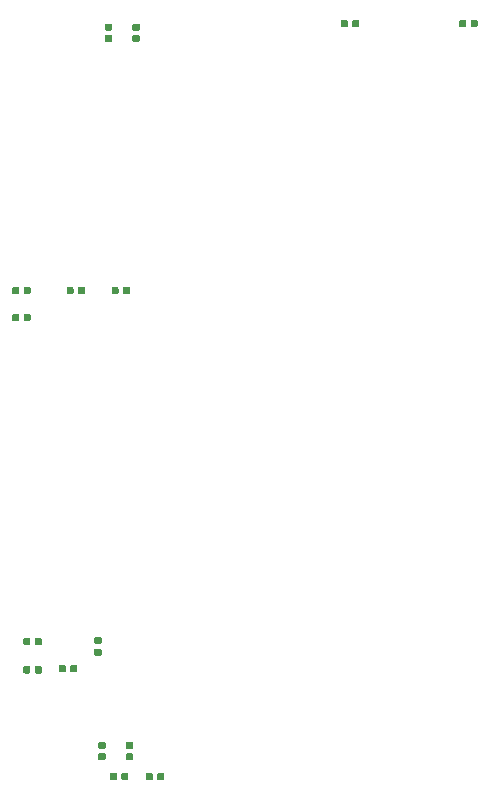
<source format=gtp>
G04 #@! TF.GenerationSoftware,KiCad,Pcbnew,5.0.1-33cea8e~68~ubuntu16.04.1*
G04 #@! TF.CreationDate,2018-11-29T12:11:28+01:00*
G04 #@! TF.ProjectId,midi_controller_pcb,6D6964695F636F6E74726F6C6C65725F,rev?*
G04 #@! TF.SameCoordinates,Original*
G04 #@! TF.FileFunction,Paste,Top*
G04 #@! TF.FilePolarity,Positive*
%FSLAX46Y46*%
G04 Gerber Fmt 4.6, Leading zero omitted, Abs format (unit mm)*
G04 Created by KiCad (PCBNEW 5.0.1-33cea8e~68~ubuntu16.04.1) date Do 29 Nov 2018 12:11:28 CET*
%MOMM*%
%LPD*%
G01*
G04 APERTURE LIST*
%ADD10C,0.100000*%
%ADD11C,0.590000*%
G04 APERTURE END LIST*
D10*
G04 #@! TO.C,C1*
G36*
X105571958Y-81214710D02*
X105586276Y-81216834D01*
X105600317Y-81220351D01*
X105613946Y-81225228D01*
X105627031Y-81231417D01*
X105639447Y-81238858D01*
X105651073Y-81247481D01*
X105661798Y-81257202D01*
X105671519Y-81267927D01*
X105680142Y-81279553D01*
X105687583Y-81291969D01*
X105693772Y-81305054D01*
X105698649Y-81318683D01*
X105702166Y-81332724D01*
X105704290Y-81347042D01*
X105705000Y-81361500D01*
X105705000Y-81706500D01*
X105704290Y-81720958D01*
X105702166Y-81735276D01*
X105698649Y-81749317D01*
X105693772Y-81762946D01*
X105687583Y-81776031D01*
X105680142Y-81788447D01*
X105671519Y-81800073D01*
X105661798Y-81810798D01*
X105651073Y-81820519D01*
X105639447Y-81829142D01*
X105627031Y-81836583D01*
X105613946Y-81842772D01*
X105600317Y-81847649D01*
X105586276Y-81851166D01*
X105571958Y-81853290D01*
X105557500Y-81854000D01*
X105262500Y-81854000D01*
X105248042Y-81853290D01*
X105233724Y-81851166D01*
X105219683Y-81847649D01*
X105206054Y-81842772D01*
X105192969Y-81836583D01*
X105180553Y-81829142D01*
X105168927Y-81820519D01*
X105158202Y-81810798D01*
X105148481Y-81800073D01*
X105139858Y-81788447D01*
X105132417Y-81776031D01*
X105126228Y-81762946D01*
X105121351Y-81749317D01*
X105117834Y-81735276D01*
X105115710Y-81720958D01*
X105115000Y-81706500D01*
X105115000Y-81361500D01*
X105115710Y-81347042D01*
X105117834Y-81332724D01*
X105121351Y-81318683D01*
X105126228Y-81305054D01*
X105132417Y-81291969D01*
X105139858Y-81279553D01*
X105148481Y-81267927D01*
X105158202Y-81257202D01*
X105168927Y-81247481D01*
X105180553Y-81238858D01*
X105192969Y-81231417D01*
X105206054Y-81225228D01*
X105219683Y-81220351D01*
X105233724Y-81216834D01*
X105248042Y-81214710D01*
X105262500Y-81214000D01*
X105557500Y-81214000D01*
X105571958Y-81214710D01*
X105571958Y-81214710D01*
G37*
D11*
X105410000Y-81534000D03*
D10*
G36*
X104601958Y-81214710D02*
X104616276Y-81216834D01*
X104630317Y-81220351D01*
X104643946Y-81225228D01*
X104657031Y-81231417D01*
X104669447Y-81238858D01*
X104681073Y-81247481D01*
X104691798Y-81257202D01*
X104701519Y-81267927D01*
X104710142Y-81279553D01*
X104717583Y-81291969D01*
X104723772Y-81305054D01*
X104728649Y-81318683D01*
X104732166Y-81332724D01*
X104734290Y-81347042D01*
X104735000Y-81361500D01*
X104735000Y-81706500D01*
X104734290Y-81720958D01*
X104732166Y-81735276D01*
X104728649Y-81749317D01*
X104723772Y-81762946D01*
X104717583Y-81776031D01*
X104710142Y-81788447D01*
X104701519Y-81800073D01*
X104691798Y-81810798D01*
X104681073Y-81820519D01*
X104669447Y-81829142D01*
X104657031Y-81836583D01*
X104643946Y-81842772D01*
X104630317Y-81847649D01*
X104616276Y-81851166D01*
X104601958Y-81853290D01*
X104587500Y-81854000D01*
X104292500Y-81854000D01*
X104278042Y-81853290D01*
X104263724Y-81851166D01*
X104249683Y-81847649D01*
X104236054Y-81842772D01*
X104222969Y-81836583D01*
X104210553Y-81829142D01*
X104198927Y-81820519D01*
X104188202Y-81810798D01*
X104178481Y-81800073D01*
X104169858Y-81788447D01*
X104162417Y-81776031D01*
X104156228Y-81762946D01*
X104151351Y-81749317D01*
X104147834Y-81735276D01*
X104145710Y-81720958D01*
X104145000Y-81706500D01*
X104145000Y-81361500D01*
X104145710Y-81347042D01*
X104147834Y-81332724D01*
X104151351Y-81318683D01*
X104156228Y-81305054D01*
X104162417Y-81291969D01*
X104169858Y-81279553D01*
X104178481Y-81267927D01*
X104188202Y-81257202D01*
X104198927Y-81247481D01*
X104210553Y-81238858D01*
X104222969Y-81231417D01*
X104236054Y-81225228D01*
X104249683Y-81220351D01*
X104263724Y-81216834D01*
X104278042Y-81214710D01*
X104292500Y-81214000D01*
X104587500Y-81214000D01*
X104601958Y-81214710D01*
X104601958Y-81214710D01*
G37*
D11*
X104440000Y-81534000D03*
G04 #@! TD*
D10*
G04 #@! TO.C,C2*
G36*
X103943958Y-113218710D02*
X103958276Y-113220834D01*
X103972317Y-113224351D01*
X103985946Y-113229228D01*
X103999031Y-113235417D01*
X104011447Y-113242858D01*
X104023073Y-113251481D01*
X104033798Y-113261202D01*
X104043519Y-113271927D01*
X104052142Y-113283553D01*
X104059583Y-113295969D01*
X104065772Y-113309054D01*
X104070649Y-113322683D01*
X104074166Y-113336724D01*
X104076290Y-113351042D01*
X104077000Y-113365500D01*
X104077000Y-113710500D01*
X104076290Y-113724958D01*
X104074166Y-113739276D01*
X104070649Y-113753317D01*
X104065772Y-113766946D01*
X104059583Y-113780031D01*
X104052142Y-113792447D01*
X104043519Y-113804073D01*
X104033798Y-113814798D01*
X104023073Y-113824519D01*
X104011447Y-113833142D01*
X103999031Y-113840583D01*
X103985946Y-113846772D01*
X103972317Y-113851649D01*
X103958276Y-113855166D01*
X103943958Y-113857290D01*
X103929500Y-113858000D01*
X103634500Y-113858000D01*
X103620042Y-113857290D01*
X103605724Y-113855166D01*
X103591683Y-113851649D01*
X103578054Y-113846772D01*
X103564969Y-113840583D01*
X103552553Y-113833142D01*
X103540927Y-113824519D01*
X103530202Y-113814798D01*
X103520481Y-113804073D01*
X103511858Y-113792447D01*
X103504417Y-113780031D01*
X103498228Y-113766946D01*
X103493351Y-113753317D01*
X103489834Y-113739276D01*
X103487710Y-113724958D01*
X103487000Y-113710500D01*
X103487000Y-113365500D01*
X103487710Y-113351042D01*
X103489834Y-113336724D01*
X103493351Y-113322683D01*
X103498228Y-113309054D01*
X103504417Y-113295969D01*
X103511858Y-113283553D01*
X103520481Y-113271927D01*
X103530202Y-113261202D01*
X103540927Y-113251481D01*
X103552553Y-113242858D01*
X103564969Y-113235417D01*
X103578054Y-113229228D01*
X103591683Y-113224351D01*
X103605724Y-113220834D01*
X103620042Y-113218710D01*
X103634500Y-113218000D01*
X103929500Y-113218000D01*
X103943958Y-113218710D01*
X103943958Y-113218710D01*
G37*
D11*
X103782000Y-113538000D03*
D10*
G36*
X104913958Y-113218710D02*
X104928276Y-113220834D01*
X104942317Y-113224351D01*
X104955946Y-113229228D01*
X104969031Y-113235417D01*
X104981447Y-113242858D01*
X104993073Y-113251481D01*
X105003798Y-113261202D01*
X105013519Y-113271927D01*
X105022142Y-113283553D01*
X105029583Y-113295969D01*
X105035772Y-113309054D01*
X105040649Y-113322683D01*
X105044166Y-113336724D01*
X105046290Y-113351042D01*
X105047000Y-113365500D01*
X105047000Y-113710500D01*
X105046290Y-113724958D01*
X105044166Y-113739276D01*
X105040649Y-113753317D01*
X105035772Y-113766946D01*
X105029583Y-113780031D01*
X105022142Y-113792447D01*
X105013519Y-113804073D01*
X105003798Y-113814798D01*
X104993073Y-113824519D01*
X104981447Y-113833142D01*
X104969031Y-113840583D01*
X104955946Y-113846772D01*
X104942317Y-113851649D01*
X104928276Y-113855166D01*
X104913958Y-113857290D01*
X104899500Y-113858000D01*
X104604500Y-113858000D01*
X104590042Y-113857290D01*
X104575724Y-113855166D01*
X104561683Y-113851649D01*
X104548054Y-113846772D01*
X104534969Y-113840583D01*
X104522553Y-113833142D01*
X104510927Y-113824519D01*
X104500202Y-113814798D01*
X104490481Y-113804073D01*
X104481858Y-113792447D01*
X104474417Y-113780031D01*
X104468228Y-113766946D01*
X104463351Y-113753317D01*
X104459834Y-113739276D01*
X104457710Y-113724958D01*
X104457000Y-113710500D01*
X104457000Y-113365500D01*
X104457710Y-113351042D01*
X104459834Y-113336724D01*
X104463351Y-113322683D01*
X104468228Y-113309054D01*
X104474417Y-113295969D01*
X104481858Y-113283553D01*
X104490481Y-113271927D01*
X104500202Y-113261202D01*
X104510927Y-113251481D01*
X104522553Y-113242858D01*
X104534969Y-113235417D01*
X104548054Y-113229228D01*
X104561683Y-113224351D01*
X104575724Y-113220834D01*
X104590042Y-113218710D01*
X104604500Y-113218000D01*
X104899500Y-113218000D01*
X104913958Y-113218710D01*
X104913958Y-113218710D01*
G37*
D11*
X104752000Y-113538000D03*
G04 #@! TD*
D10*
G04 #@! TO.C,C3*
G36*
X109254958Y-122362710D02*
X109269276Y-122364834D01*
X109283317Y-122368351D01*
X109296946Y-122373228D01*
X109310031Y-122379417D01*
X109322447Y-122386858D01*
X109334073Y-122395481D01*
X109344798Y-122405202D01*
X109354519Y-122415927D01*
X109363142Y-122427553D01*
X109370583Y-122439969D01*
X109376772Y-122453054D01*
X109381649Y-122466683D01*
X109385166Y-122480724D01*
X109387290Y-122495042D01*
X109388000Y-122509500D01*
X109388000Y-122854500D01*
X109387290Y-122868958D01*
X109385166Y-122883276D01*
X109381649Y-122897317D01*
X109376772Y-122910946D01*
X109370583Y-122924031D01*
X109363142Y-122936447D01*
X109354519Y-122948073D01*
X109344798Y-122958798D01*
X109334073Y-122968519D01*
X109322447Y-122977142D01*
X109310031Y-122984583D01*
X109296946Y-122990772D01*
X109283317Y-122995649D01*
X109269276Y-122999166D01*
X109254958Y-123001290D01*
X109240500Y-123002000D01*
X108945500Y-123002000D01*
X108931042Y-123001290D01*
X108916724Y-122999166D01*
X108902683Y-122995649D01*
X108889054Y-122990772D01*
X108875969Y-122984583D01*
X108863553Y-122977142D01*
X108851927Y-122968519D01*
X108841202Y-122958798D01*
X108831481Y-122948073D01*
X108822858Y-122936447D01*
X108815417Y-122924031D01*
X108809228Y-122910946D01*
X108804351Y-122897317D01*
X108800834Y-122883276D01*
X108798710Y-122868958D01*
X108798000Y-122854500D01*
X108798000Y-122509500D01*
X108798710Y-122495042D01*
X108800834Y-122480724D01*
X108804351Y-122466683D01*
X108809228Y-122453054D01*
X108815417Y-122439969D01*
X108822858Y-122427553D01*
X108831481Y-122415927D01*
X108841202Y-122405202D01*
X108851927Y-122395481D01*
X108863553Y-122386858D01*
X108875969Y-122379417D01*
X108889054Y-122373228D01*
X108902683Y-122368351D01*
X108916724Y-122364834D01*
X108931042Y-122362710D01*
X108945500Y-122362000D01*
X109240500Y-122362000D01*
X109254958Y-122362710D01*
X109254958Y-122362710D01*
G37*
D11*
X109093000Y-122682000D03*
D10*
G36*
X108284958Y-122362710D02*
X108299276Y-122364834D01*
X108313317Y-122368351D01*
X108326946Y-122373228D01*
X108340031Y-122379417D01*
X108352447Y-122386858D01*
X108364073Y-122395481D01*
X108374798Y-122405202D01*
X108384519Y-122415927D01*
X108393142Y-122427553D01*
X108400583Y-122439969D01*
X108406772Y-122453054D01*
X108411649Y-122466683D01*
X108415166Y-122480724D01*
X108417290Y-122495042D01*
X108418000Y-122509500D01*
X108418000Y-122854500D01*
X108417290Y-122868958D01*
X108415166Y-122883276D01*
X108411649Y-122897317D01*
X108406772Y-122910946D01*
X108400583Y-122924031D01*
X108393142Y-122936447D01*
X108384519Y-122948073D01*
X108374798Y-122958798D01*
X108364073Y-122968519D01*
X108352447Y-122977142D01*
X108340031Y-122984583D01*
X108326946Y-122990772D01*
X108313317Y-122995649D01*
X108299276Y-122999166D01*
X108284958Y-123001290D01*
X108270500Y-123002000D01*
X107975500Y-123002000D01*
X107961042Y-123001290D01*
X107946724Y-122999166D01*
X107932683Y-122995649D01*
X107919054Y-122990772D01*
X107905969Y-122984583D01*
X107893553Y-122977142D01*
X107881927Y-122968519D01*
X107871202Y-122958798D01*
X107861481Y-122948073D01*
X107852858Y-122936447D01*
X107845417Y-122924031D01*
X107839228Y-122910946D01*
X107834351Y-122897317D01*
X107830834Y-122883276D01*
X107828710Y-122868958D01*
X107828000Y-122854500D01*
X107828000Y-122509500D01*
X107828710Y-122495042D01*
X107830834Y-122480724D01*
X107834351Y-122466683D01*
X107839228Y-122453054D01*
X107845417Y-122439969D01*
X107852858Y-122427553D01*
X107861481Y-122415927D01*
X107871202Y-122405202D01*
X107881927Y-122395481D01*
X107893553Y-122386858D01*
X107905969Y-122379417D01*
X107919054Y-122373228D01*
X107932683Y-122368351D01*
X107946724Y-122364834D01*
X107961042Y-122362710D01*
X107975500Y-122362000D01*
X108270500Y-122362000D01*
X108284958Y-122362710D01*
X108284958Y-122362710D01*
G37*
D11*
X108123000Y-122682000D03*
G04 #@! TD*
D10*
G04 #@! TO.C,R1*
G36*
X108411958Y-81214710D02*
X108426276Y-81216834D01*
X108440317Y-81220351D01*
X108453946Y-81225228D01*
X108467031Y-81231417D01*
X108479447Y-81238858D01*
X108491073Y-81247481D01*
X108501798Y-81257202D01*
X108511519Y-81267927D01*
X108520142Y-81279553D01*
X108527583Y-81291969D01*
X108533772Y-81305054D01*
X108538649Y-81318683D01*
X108542166Y-81332724D01*
X108544290Y-81347042D01*
X108545000Y-81361500D01*
X108545000Y-81706500D01*
X108544290Y-81720958D01*
X108542166Y-81735276D01*
X108538649Y-81749317D01*
X108533772Y-81762946D01*
X108527583Y-81776031D01*
X108520142Y-81788447D01*
X108511519Y-81800073D01*
X108501798Y-81810798D01*
X108491073Y-81820519D01*
X108479447Y-81829142D01*
X108467031Y-81836583D01*
X108453946Y-81842772D01*
X108440317Y-81847649D01*
X108426276Y-81851166D01*
X108411958Y-81853290D01*
X108397500Y-81854000D01*
X108102500Y-81854000D01*
X108088042Y-81853290D01*
X108073724Y-81851166D01*
X108059683Y-81847649D01*
X108046054Y-81842772D01*
X108032969Y-81836583D01*
X108020553Y-81829142D01*
X108008927Y-81820519D01*
X107998202Y-81810798D01*
X107988481Y-81800073D01*
X107979858Y-81788447D01*
X107972417Y-81776031D01*
X107966228Y-81762946D01*
X107961351Y-81749317D01*
X107957834Y-81735276D01*
X107955710Y-81720958D01*
X107955000Y-81706500D01*
X107955000Y-81361500D01*
X107955710Y-81347042D01*
X107957834Y-81332724D01*
X107961351Y-81318683D01*
X107966228Y-81305054D01*
X107972417Y-81291969D01*
X107979858Y-81279553D01*
X107988481Y-81267927D01*
X107998202Y-81257202D01*
X108008927Y-81247481D01*
X108020553Y-81238858D01*
X108032969Y-81231417D01*
X108046054Y-81225228D01*
X108059683Y-81220351D01*
X108073724Y-81216834D01*
X108088042Y-81214710D01*
X108102500Y-81214000D01*
X108397500Y-81214000D01*
X108411958Y-81214710D01*
X108411958Y-81214710D01*
G37*
D11*
X108250000Y-81534000D03*
D10*
G36*
X109381958Y-81214710D02*
X109396276Y-81216834D01*
X109410317Y-81220351D01*
X109423946Y-81225228D01*
X109437031Y-81231417D01*
X109449447Y-81238858D01*
X109461073Y-81247481D01*
X109471798Y-81257202D01*
X109481519Y-81267927D01*
X109490142Y-81279553D01*
X109497583Y-81291969D01*
X109503772Y-81305054D01*
X109508649Y-81318683D01*
X109512166Y-81332724D01*
X109514290Y-81347042D01*
X109515000Y-81361500D01*
X109515000Y-81706500D01*
X109514290Y-81720958D01*
X109512166Y-81735276D01*
X109508649Y-81749317D01*
X109503772Y-81762946D01*
X109497583Y-81776031D01*
X109490142Y-81788447D01*
X109481519Y-81800073D01*
X109471798Y-81810798D01*
X109461073Y-81820519D01*
X109449447Y-81829142D01*
X109437031Y-81836583D01*
X109423946Y-81842772D01*
X109410317Y-81847649D01*
X109396276Y-81851166D01*
X109381958Y-81853290D01*
X109367500Y-81854000D01*
X109072500Y-81854000D01*
X109058042Y-81853290D01*
X109043724Y-81851166D01*
X109029683Y-81847649D01*
X109016054Y-81842772D01*
X109002969Y-81836583D01*
X108990553Y-81829142D01*
X108978927Y-81820519D01*
X108968202Y-81810798D01*
X108958481Y-81800073D01*
X108949858Y-81788447D01*
X108942417Y-81776031D01*
X108936228Y-81762946D01*
X108931351Y-81749317D01*
X108927834Y-81735276D01*
X108925710Y-81720958D01*
X108925000Y-81706500D01*
X108925000Y-81361500D01*
X108925710Y-81347042D01*
X108927834Y-81332724D01*
X108931351Y-81318683D01*
X108936228Y-81305054D01*
X108942417Y-81291969D01*
X108949858Y-81279553D01*
X108958481Y-81267927D01*
X108968202Y-81257202D01*
X108978927Y-81247481D01*
X108990553Y-81238858D01*
X109002969Y-81231417D01*
X109016054Y-81225228D01*
X109029683Y-81220351D01*
X109043724Y-81216834D01*
X109058042Y-81214710D01*
X109072500Y-81214000D01*
X109367500Y-81214000D01*
X109381958Y-81214710D01*
X109381958Y-81214710D01*
G37*
D11*
X109220000Y-81534000D03*
G04 #@! TD*
D10*
G04 #@! TO.C,R2*
G36*
X106993958Y-110876710D02*
X107008276Y-110878834D01*
X107022317Y-110882351D01*
X107035946Y-110887228D01*
X107049031Y-110893417D01*
X107061447Y-110900858D01*
X107073073Y-110909481D01*
X107083798Y-110919202D01*
X107093519Y-110929927D01*
X107102142Y-110941553D01*
X107109583Y-110953969D01*
X107115772Y-110967054D01*
X107120649Y-110980683D01*
X107124166Y-110994724D01*
X107126290Y-111009042D01*
X107127000Y-111023500D01*
X107127000Y-111318500D01*
X107126290Y-111332958D01*
X107124166Y-111347276D01*
X107120649Y-111361317D01*
X107115772Y-111374946D01*
X107109583Y-111388031D01*
X107102142Y-111400447D01*
X107093519Y-111412073D01*
X107083798Y-111422798D01*
X107073073Y-111432519D01*
X107061447Y-111441142D01*
X107049031Y-111448583D01*
X107035946Y-111454772D01*
X107022317Y-111459649D01*
X107008276Y-111463166D01*
X106993958Y-111465290D01*
X106979500Y-111466000D01*
X106634500Y-111466000D01*
X106620042Y-111465290D01*
X106605724Y-111463166D01*
X106591683Y-111459649D01*
X106578054Y-111454772D01*
X106564969Y-111448583D01*
X106552553Y-111441142D01*
X106540927Y-111432519D01*
X106530202Y-111422798D01*
X106520481Y-111412073D01*
X106511858Y-111400447D01*
X106504417Y-111388031D01*
X106498228Y-111374946D01*
X106493351Y-111361317D01*
X106489834Y-111347276D01*
X106487710Y-111332958D01*
X106487000Y-111318500D01*
X106487000Y-111023500D01*
X106487710Y-111009042D01*
X106489834Y-110994724D01*
X106493351Y-110980683D01*
X106498228Y-110967054D01*
X106504417Y-110953969D01*
X106511858Y-110941553D01*
X106520481Y-110929927D01*
X106530202Y-110919202D01*
X106540927Y-110909481D01*
X106552553Y-110900858D01*
X106564969Y-110893417D01*
X106578054Y-110887228D01*
X106591683Y-110882351D01*
X106605724Y-110878834D01*
X106620042Y-110876710D01*
X106634500Y-110876000D01*
X106979500Y-110876000D01*
X106993958Y-110876710D01*
X106993958Y-110876710D01*
G37*
D11*
X106807000Y-111171000D03*
D10*
G36*
X106993958Y-111846710D02*
X107008276Y-111848834D01*
X107022317Y-111852351D01*
X107035946Y-111857228D01*
X107049031Y-111863417D01*
X107061447Y-111870858D01*
X107073073Y-111879481D01*
X107083798Y-111889202D01*
X107093519Y-111899927D01*
X107102142Y-111911553D01*
X107109583Y-111923969D01*
X107115772Y-111937054D01*
X107120649Y-111950683D01*
X107124166Y-111964724D01*
X107126290Y-111979042D01*
X107127000Y-111993500D01*
X107127000Y-112288500D01*
X107126290Y-112302958D01*
X107124166Y-112317276D01*
X107120649Y-112331317D01*
X107115772Y-112344946D01*
X107109583Y-112358031D01*
X107102142Y-112370447D01*
X107093519Y-112382073D01*
X107083798Y-112392798D01*
X107073073Y-112402519D01*
X107061447Y-112411142D01*
X107049031Y-112418583D01*
X107035946Y-112424772D01*
X107022317Y-112429649D01*
X107008276Y-112433166D01*
X106993958Y-112435290D01*
X106979500Y-112436000D01*
X106634500Y-112436000D01*
X106620042Y-112435290D01*
X106605724Y-112433166D01*
X106591683Y-112429649D01*
X106578054Y-112424772D01*
X106564969Y-112418583D01*
X106552553Y-112411142D01*
X106540927Y-112402519D01*
X106530202Y-112392798D01*
X106520481Y-112382073D01*
X106511858Y-112370447D01*
X106504417Y-112358031D01*
X106498228Y-112344946D01*
X106493351Y-112331317D01*
X106489834Y-112317276D01*
X106487710Y-112302958D01*
X106487000Y-112288500D01*
X106487000Y-111993500D01*
X106487710Y-111979042D01*
X106489834Y-111964724D01*
X106493351Y-111950683D01*
X106498228Y-111937054D01*
X106504417Y-111923969D01*
X106511858Y-111911553D01*
X106520481Y-111899927D01*
X106530202Y-111889202D01*
X106540927Y-111879481D01*
X106552553Y-111870858D01*
X106564969Y-111863417D01*
X106578054Y-111857228D01*
X106591683Y-111852351D01*
X106605724Y-111848834D01*
X106620042Y-111846710D01*
X106634500Y-111846000D01*
X106979500Y-111846000D01*
X106993958Y-111846710D01*
X106993958Y-111846710D01*
G37*
D11*
X106807000Y-112141000D03*
G04 #@! TD*
D10*
G04 #@! TO.C,R3*
G36*
X111309958Y-122362710D02*
X111324276Y-122364834D01*
X111338317Y-122368351D01*
X111351946Y-122373228D01*
X111365031Y-122379417D01*
X111377447Y-122386858D01*
X111389073Y-122395481D01*
X111399798Y-122405202D01*
X111409519Y-122415927D01*
X111418142Y-122427553D01*
X111425583Y-122439969D01*
X111431772Y-122453054D01*
X111436649Y-122466683D01*
X111440166Y-122480724D01*
X111442290Y-122495042D01*
X111443000Y-122509500D01*
X111443000Y-122854500D01*
X111442290Y-122868958D01*
X111440166Y-122883276D01*
X111436649Y-122897317D01*
X111431772Y-122910946D01*
X111425583Y-122924031D01*
X111418142Y-122936447D01*
X111409519Y-122948073D01*
X111399798Y-122958798D01*
X111389073Y-122968519D01*
X111377447Y-122977142D01*
X111365031Y-122984583D01*
X111351946Y-122990772D01*
X111338317Y-122995649D01*
X111324276Y-122999166D01*
X111309958Y-123001290D01*
X111295500Y-123002000D01*
X111000500Y-123002000D01*
X110986042Y-123001290D01*
X110971724Y-122999166D01*
X110957683Y-122995649D01*
X110944054Y-122990772D01*
X110930969Y-122984583D01*
X110918553Y-122977142D01*
X110906927Y-122968519D01*
X110896202Y-122958798D01*
X110886481Y-122948073D01*
X110877858Y-122936447D01*
X110870417Y-122924031D01*
X110864228Y-122910946D01*
X110859351Y-122897317D01*
X110855834Y-122883276D01*
X110853710Y-122868958D01*
X110853000Y-122854500D01*
X110853000Y-122509500D01*
X110853710Y-122495042D01*
X110855834Y-122480724D01*
X110859351Y-122466683D01*
X110864228Y-122453054D01*
X110870417Y-122439969D01*
X110877858Y-122427553D01*
X110886481Y-122415927D01*
X110896202Y-122405202D01*
X110906927Y-122395481D01*
X110918553Y-122386858D01*
X110930969Y-122379417D01*
X110944054Y-122373228D01*
X110957683Y-122368351D01*
X110971724Y-122364834D01*
X110986042Y-122362710D01*
X111000500Y-122362000D01*
X111295500Y-122362000D01*
X111309958Y-122362710D01*
X111309958Y-122362710D01*
G37*
D11*
X111148000Y-122682000D03*
D10*
G36*
X112279958Y-122362710D02*
X112294276Y-122364834D01*
X112308317Y-122368351D01*
X112321946Y-122373228D01*
X112335031Y-122379417D01*
X112347447Y-122386858D01*
X112359073Y-122395481D01*
X112369798Y-122405202D01*
X112379519Y-122415927D01*
X112388142Y-122427553D01*
X112395583Y-122439969D01*
X112401772Y-122453054D01*
X112406649Y-122466683D01*
X112410166Y-122480724D01*
X112412290Y-122495042D01*
X112413000Y-122509500D01*
X112413000Y-122854500D01*
X112412290Y-122868958D01*
X112410166Y-122883276D01*
X112406649Y-122897317D01*
X112401772Y-122910946D01*
X112395583Y-122924031D01*
X112388142Y-122936447D01*
X112379519Y-122948073D01*
X112369798Y-122958798D01*
X112359073Y-122968519D01*
X112347447Y-122977142D01*
X112335031Y-122984583D01*
X112321946Y-122990772D01*
X112308317Y-122995649D01*
X112294276Y-122999166D01*
X112279958Y-123001290D01*
X112265500Y-123002000D01*
X111970500Y-123002000D01*
X111956042Y-123001290D01*
X111941724Y-122999166D01*
X111927683Y-122995649D01*
X111914054Y-122990772D01*
X111900969Y-122984583D01*
X111888553Y-122977142D01*
X111876927Y-122968519D01*
X111866202Y-122958798D01*
X111856481Y-122948073D01*
X111847858Y-122936447D01*
X111840417Y-122924031D01*
X111834228Y-122910946D01*
X111829351Y-122897317D01*
X111825834Y-122883276D01*
X111823710Y-122868958D01*
X111823000Y-122854500D01*
X111823000Y-122509500D01*
X111823710Y-122495042D01*
X111825834Y-122480724D01*
X111829351Y-122466683D01*
X111834228Y-122453054D01*
X111840417Y-122439969D01*
X111847858Y-122427553D01*
X111856481Y-122415927D01*
X111866202Y-122405202D01*
X111876927Y-122395481D01*
X111888553Y-122386858D01*
X111900969Y-122379417D01*
X111914054Y-122373228D01*
X111927683Y-122368351D01*
X111941724Y-122364834D01*
X111956042Y-122362710D01*
X111970500Y-122362000D01*
X112265500Y-122362000D01*
X112279958Y-122362710D01*
X112279958Y-122362710D01*
G37*
D11*
X112118000Y-122682000D03*
G04 #@! TD*
D10*
G04 #@! TO.C,R4*
G36*
X100006958Y-81214710D02*
X100021276Y-81216834D01*
X100035317Y-81220351D01*
X100048946Y-81225228D01*
X100062031Y-81231417D01*
X100074447Y-81238858D01*
X100086073Y-81247481D01*
X100096798Y-81257202D01*
X100106519Y-81267927D01*
X100115142Y-81279553D01*
X100122583Y-81291969D01*
X100128772Y-81305054D01*
X100133649Y-81318683D01*
X100137166Y-81332724D01*
X100139290Y-81347042D01*
X100140000Y-81361500D01*
X100140000Y-81706500D01*
X100139290Y-81720958D01*
X100137166Y-81735276D01*
X100133649Y-81749317D01*
X100128772Y-81762946D01*
X100122583Y-81776031D01*
X100115142Y-81788447D01*
X100106519Y-81800073D01*
X100096798Y-81810798D01*
X100086073Y-81820519D01*
X100074447Y-81829142D01*
X100062031Y-81836583D01*
X100048946Y-81842772D01*
X100035317Y-81847649D01*
X100021276Y-81851166D01*
X100006958Y-81853290D01*
X99992500Y-81854000D01*
X99697500Y-81854000D01*
X99683042Y-81853290D01*
X99668724Y-81851166D01*
X99654683Y-81847649D01*
X99641054Y-81842772D01*
X99627969Y-81836583D01*
X99615553Y-81829142D01*
X99603927Y-81820519D01*
X99593202Y-81810798D01*
X99583481Y-81800073D01*
X99574858Y-81788447D01*
X99567417Y-81776031D01*
X99561228Y-81762946D01*
X99556351Y-81749317D01*
X99552834Y-81735276D01*
X99550710Y-81720958D01*
X99550000Y-81706500D01*
X99550000Y-81361500D01*
X99550710Y-81347042D01*
X99552834Y-81332724D01*
X99556351Y-81318683D01*
X99561228Y-81305054D01*
X99567417Y-81291969D01*
X99574858Y-81279553D01*
X99583481Y-81267927D01*
X99593202Y-81257202D01*
X99603927Y-81247481D01*
X99615553Y-81238858D01*
X99627969Y-81231417D01*
X99641054Y-81225228D01*
X99654683Y-81220351D01*
X99668724Y-81216834D01*
X99683042Y-81214710D01*
X99697500Y-81214000D01*
X99992500Y-81214000D01*
X100006958Y-81214710D01*
X100006958Y-81214710D01*
G37*
D11*
X99845000Y-81534000D03*
D10*
G36*
X100976958Y-81214710D02*
X100991276Y-81216834D01*
X101005317Y-81220351D01*
X101018946Y-81225228D01*
X101032031Y-81231417D01*
X101044447Y-81238858D01*
X101056073Y-81247481D01*
X101066798Y-81257202D01*
X101076519Y-81267927D01*
X101085142Y-81279553D01*
X101092583Y-81291969D01*
X101098772Y-81305054D01*
X101103649Y-81318683D01*
X101107166Y-81332724D01*
X101109290Y-81347042D01*
X101110000Y-81361500D01*
X101110000Y-81706500D01*
X101109290Y-81720958D01*
X101107166Y-81735276D01*
X101103649Y-81749317D01*
X101098772Y-81762946D01*
X101092583Y-81776031D01*
X101085142Y-81788447D01*
X101076519Y-81800073D01*
X101066798Y-81810798D01*
X101056073Y-81820519D01*
X101044447Y-81829142D01*
X101032031Y-81836583D01*
X101018946Y-81842772D01*
X101005317Y-81847649D01*
X100991276Y-81851166D01*
X100976958Y-81853290D01*
X100962500Y-81854000D01*
X100667500Y-81854000D01*
X100653042Y-81853290D01*
X100638724Y-81851166D01*
X100624683Y-81847649D01*
X100611054Y-81842772D01*
X100597969Y-81836583D01*
X100585553Y-81829142D01*
X100573927Y-81820519D01*
X100563202Y-81810798D01*
X100553481Y-81800073D01*
X100544858Y-81788447D01*
X100537417Y-81776031D01*
X100531228Y-81762946D01*
X100526351Y-81749317D01*
X100522834Y-81735276D01*
X100520710Y-81720958D01*
X100520000Y-81706500D01*
X100520000Y-81361500D01*
X100520710Y-81347042D01*
X100522834Y-81332724D01*
X100526351Y-81318683D01*
X100531228Y-81305054D01*
X100537417Y-81291969D01*
X100544858Y-81279553D01*
X100553481Y-81267927D01*
X100563202Y-81257202D01*
X100573927Y-81247481D01*
X100585553Y-81238858D01*
X100597969Y-81231417D01*
X100611054Y-81225228D01*
X100624683Y-81220351D01*
X100638724Y-81216834D01*
X100653042Y-81214710D01*
X100667500Y-81214000D01*
X100962500Y-81214000D01*
X100976958Y-81214710D01*
X100976958Y-81214710D01*
G37*
D11*
X100815000Y-81534000D03*
G04 #@! TD*
D10*
G04 #@! TO.C,R5*
G36*
X101914358Y-110932710D02*
X101928676Y-110934834D01*
X101942717Y-110938351D01*
X101956346Y-110943228D01*
X101969431Y-110949417D01*
X101981847Y-110956858D01*
X101993473Y-110965481D01*
X102004198Y-110975202D01*
X102013919Y-110985927D01*
X102022542Y-110997553D01*
X102029983Y-111009969D01*
X102036172Y-111023054D01*
X102041049Y-111036683D01*
X102044566Y-111050724D01*
X102046690Y-111065042D01*
X102047400Y-111079500D01*
X102047400Y-111424500D01*
X102046690Y-111438958D01*
X102044566Y-111453276D01*
X102041049Y-111467317D01*
X102036172Y-111480946D01*
X102029983Y-111494031D01*
X102022542Y-111506447D01*
X102013919Y-111518073D01*
X102004198Y-111528798D01*
X101993473Y-111538519D01*
X101981847Y-111547142D01*
X101969431Y-111554583D01*
X101956346Y-111560772D01*
X101942717Y-111565649D01*
X101928676Y-111569166D01*
X101914358Y-111571290D01*
X101899900Y-111572000D01*
X101604900Y-111572000D01*
X101590442Y-111571290D01*
X101576124Y-111569166D01*
X101562083Y-111565649D01*
X101548454Y-111560772D01*
X101535369Y-111554583D01*
X101522953Y-111547142D01*
X101511327Y-111538519D01*
X101500602Y-111528798D01*
X101490881Y-111518073D01*
X101482258Y-111506447D01*
X101474817Y-111494031D01*
X101468628Y-111480946D01*
X101463751Y-111467317D01*
X101460234Y-111453276D01*
X101458110Y-111438958D01*
X101457400Y-111424500D01*
X101457400Y-111079500D01*
X101458110Y-111065042D01*
X101460234Y-111050724D01*
X101463751Y-111036683D01*
X101468628Y-111023054D01*
X101474817Y-111009969D01*
X101482258Y-110997553D01*
X101490881Y-110985927D01*
X101500602Y-110975202D01*
X101511327Y-110965481D01*
X101522953Y-110956858D01*
X101535369Y-110949417D01*
X101548454Y-110943228D01*
X101562083Y-110938351D01*
X101576124Y-110934834D01*
X101590442Y-110932710D01*
X101604900Y-110932000D01*
X101899900Y-110932000D01*
X101914358Y-110932710D01*
X101914358Y-110932710D01*
G37*
D11*
X101752400Y-111252000D03*
D10*
G36*
X100944358Y-110932710D02*
X100958676Y-110934834D01*
X100972717Y-110938351D01*
X100986346Y-110943228D01*
X100999431Y-110949417D01*
X101011847Y-110956858D01*
X101023473Y-110965481D01*
X101034198Y-110975202D01*
X101043919Y-110985927D01*
X101052542Y-110997553D01*
X101059983Y-111009969D01*
X101066172Y-111023054D01*
X101071049Y-111036683D01*
X101074566Y-111050724D01*
X101076690Y-111065042D01*
X101077400Y-111079500D01*
X101077400Y-111424500D01*
X101076690Y-111438958D01*
X101074566Y-111453276D01*
X101071049Y-111467317D01*
X101066172Y-111480946D01*
X101059983Y-111494031D01*
X101052542Y-111506447D01*
X101043919Y-111518073D01*
X101034198Y-111528798D01*
X101023473Y-111538519D01*
X101011847Y-111547142D01*
X100999431Y-111554583D01*
X100986346Y-111560772D01*
X100972717Y-111565649D01*
X100958676Y-111569166D01*
X100944358Y-111571290D01*
X100929900Y-111572000D01*
X100634900Y-111572000D01*
X100620442Y-111571290D01*
X100606124Y-111569166D01*
X100592083Y-111565649D01*
X100578454Y-111560772D01*
X100565369Y-111554583D01*
X100552953Y-111547142D01*
X100541327Y-111538519D01*
X100530602Y-111528798D01*
X100520881Y-111518073D01*
X100512258Y-111506447D01*
X100504817Y-111494031D01*
X100498628Y-111480946D01*
X100493751Y-111467317D01*
X100490234Y-111453276D01*
X100488110Y-111438958D01*
X100487400Y-111424500D01*
X100487400Y-111079500D01*
X100488110Y-111065042D01*
X100490234Y-111050724D01*
X100493751Y-111036683D01*
X100498628Y-111023054D01*
X100504817Y-111009969D01*
X100512258Y-110997553D01*
X100520881Y-110985927D01*
X100530602Y-110975202D01*
X100541327Y-110965481D01*
X100552953Y-110956858D01*
X100565369Y-110949417D01*
X100578454Y-110943228D01*
X100592083Y-110938351D01*
X100606124Y-110934834D01*
X100620442Y-110932710D01*
X100634900Y-110932000D01*
X100929900Y-110932000D01*
X100944358Y-110932710D01*
X100944358Y-110932710D01*
G37*
D11*
X100782400Y-111252000D03*
G04 #@! TD*
D10*
G04 #@! TO.C,R6*
G36*
X109660958Y-119743710D02*
X109675276Y-119745834D01*
X109689317Y-119749351D01*
X109702946Y-119754228D01*
X109716031Y-119760417D01*
X109728447Y-119767858D01*
X109740073Y-119776481D01*
X109750798Y-119786202D01*
X109760519Y-119796927D01*
X109769142Y-119808553D01*
X109776583Y-119820969D01*
X109782772Y-119834054D01*
X109787649Y-119847683D01*
X109791166Y-119861724D01*
X109793290Y-119876042D01*
X109794000Y-119890500D01*
X109794000Y-120185500D01*
X109793290Y-120199958D01*
X109791166Y-120214276D01*
X109787649Y-120228317D01*
X109782772Y-120241946D01*
X109776583Y-120255031D01*
X109769142Y-120267447D01*
X109760519Y-120279073D01*
X109750798Y-120289798D01*
X109740073Y-120299519D01*
X109728447Y-120308142D01*
X109716031Y-120315583D01*
X109702946Y-120321772D01*
X109689317Y-120326649D01*
X109675276Y-120330166D01*
X109660958Y-120332290D01*
X109646500Y-120333000D01*
X109301500Y-120333000D01*
X109287042Y-120332290D01*
X109272724Y-120330166D01*
X109258683Y-120326649D01*
X109245054Y-120321772D01*
X109231969Y-120315583D01*
X109219553Y-120308142D01*
X109207927Y-120299519D01*
X109197202Y-120289798D01*
X109187481Y-120279073D01*
X109178858Y-120267447D01*
X109171417Y-120255031D01*
X109165228Y-120241946D01*
X109160351Y-120228317D01*
X109156834Y-120214276D01*
X109154710Y-120199958D01*
X109154000Y-120185500D01*
X109154000Y-119890500D01*
X109154710Y-119876042D01*
X109156834Y-119861724D01*
X109160351Y-119847683D01*
X109165228Y-119834054D01*
X109171417Y-119820969D01*
X109178858Y-119808553D01*
X109187481Y-119796927D01*
X109197202Y-119786202D01*
X109207927Y-119776481D01*
X109219553Y-119767858D01*
X109231969Y-119760417D01*
X109245054Y-119754228D01*
X109258683Y-119749351D01*
X109272724Y-119745834D01*
X109287042Y-119743710D01*
X109301500Y-119743000D01*
X109646500Y-119743000D01*
X109660958Y-119743710D01*
X109660958Y-119743710D01*
G37*
D11*
X109474000Y-120038000D03*
D10*
G36*
X109660958Y-120713710D02*
X109675276Y-120715834D01*
X109689317Y-120719351D01*
X109702946Y-120724228D01*
X109716031Y-120730417D01*
X109728447Y-120737858D01*
X109740073Y-120746481D01*
X109750798Y-120756202D01*
X109760519Y-120766927D01*
X109769142Y-120778553D01*
X109776583Y-120790969D01*
X109782772Y-120804054D01*
X109787649Y-120817683D01*
X109791166Y-120831724D01*
X109793290Y-120846042D01*
X109794000Y-120860500D01*
X109794000Y-121155500D01*
X109793290Y-121169958D01*
X109791166Y-121184276D01*
X109787649Y-121198317D01*
X109782772Y-121211946D01*
X109776583Y-121225031D01*
X109769142Y-121237447D01*
X109760519Y-121249073D01*
X109750798Y-121259798D01*
X109740073Y-121269519D01*
X109728447Y-121278142D01*
X109716031Y-121285583D01*
X109702946Y-121291772D01*
X109689317Y-121296649D01*
X109675276Y-121300166D01*
X109660958Y-121302290D01*
X109646500Y-121303000D01*
X109301500Y-121303000D01*
X109287042Y-121302290D01*
X109272724Y-121300166D01*
X109258683Y-121296649D01*
X109245054Y-121291772D01*
X109231969Y-121285583D01*
X109219553Y-121278142D01*
X109207927Y-121269519D01*
X109197202Y-121259798D01*
X109187481Y-121249073D01*
X109178858Y-121237447D01*
X109171417Y-121225031D01*
X109165228Y-121211946D01*
X109160351Y-121198317D01*
X109156834Y-121184276D01*
X109154710Y-121169958D01*
X109154000Y-121155500D01*
X109154000Y-120860500D01*
X109154710Y-120846042D01*
X109156834Y-120831724D01*
X109160351Y-120817683D01*
X109165228Y-120804054D01*
X109171417Y-120790969D01*
X109178858Y-120778553D01*
X109187481Y-120766927D01*
X109197202Y-120756202D01*
X109207927Y-120746481D01*
X109219553Y-120737858D01*
X109231969Y-120730417D01*
X109245054Y-120724228D01*
X109258683Y-120719351D01*
X109272724Y-120715834D01*
X109287042Y-120713710D01*
X109301500Y-120713000D01*
X109646500Y-120713000D01*
X109660958Y-120713710D01*
X109660958Y-120713710D01*
G37*
D11*
X109474000Y-121008000D03*
G04 #@! TD*
D10*
G04 #@! TO.C,R7*
G36*
X107882958Y-59903710D02*
X107897276Y-59905834D01*
X107911317Y-59909351D01*
X107924946Y-59914228D01*
X107938031Y-59920417D01*
X107950447Y-59927858D01*
X107962073Y-59936481D01*
X107972798Y-59946202D01*
X107982519Y-59956927D01*
X107991142Y-59968553D01*
X107998583Y-59980969D01*
X108004772Y-59994054D01*
X108009649Y-60007683D01*
X108013166Y-60021724D01*
X108015290Y-60036042D01*
X108016000Y-60050500D01*
X108016000Y-60345500D01*
X108015290Y-60359958D01*
X108013166Y-60374276D01*
X108009649Y-60388317D01*
X108004772Y-60401946D01*
X107998583Y-60415031D01*
X107991142Y-60427447D01*
X107982519Y-60439073D01*
X107972798Y-60449798D01*
X107962073Y-60459519D01*
X107950447Y-60468142D01*
X107938031Y-60475583D01*
X107924946Y-60481772D01*
X107911317Y-60486649D01*
X107897276Y-60490166D01*
X107882958Y-60492290D01*
X107868500Y-60493000D01*
X107523500Y-60493000D01*
X107509042Y-60492290D01*
X107494724Y-60490166D01*
X107480683Y-60486649D01*
X107467054Y-60481772D01*
X107453969Y-60475583D01*
X107441553Y-60468142D01*
X107429927Y-60459519D01*
X107419202Y-60449798D01*
X107409481Y-60439073D01*
X107400858Y-60427447D01*
X107393417Y-60415031D01*
X107387228Y-60401946D01*
X107382351Y-60388317D01*
X107378834Y-60374276D01*
X107376710Y-60359958D01*
X107376000Y-60345500D01*
X107376000Y-60050500D01*
X107376710Y-60036042D01*
X107378834Y-60021724D01*
X107382351Y-60007683D01*
X107387228Y-59994054D01*
X107393417Y-59980969D01*
X107400858Y-59968553D01*
X107409481Y-59956927D01*
X107419202Y-59946202D01*
X107429927Y-59936481D01*
X107441553Y-59927858D01*
X107453969Y-59920417D01*
X107467054Y-59914228D01*
X107480683Y-59909351D01*
X107494724Y-59905834D01*
X107509042Y-59903710D01*
X107523500Y-59903000D01*
X107868500Y-59903000D01*
X107882958Y-59903710D01*
X107882958Y-59903710D01*
G37*
D11*
X107696000Y-60198000D03*
D10*
G36*
X107882958Y-58933710D02*
X107897276Y-58935834D01*
X107911317Y-58939351D01*
X107924946Y-58944228D01*
X107938031Y-58950417D01*
X107950447Y-58957858D01*
X107962073Y-58966481D01*
X107972798Y-58976202D01*
X107982519Y-58986927D01*
X107991142Y-58998553D01*
X107998583Y-59010969D01*
X108004772Y-59024054D01*
X108009649Y-59037683D01*
X108013166Y-59051724D01*
X108015290Y-59066042D01*
X108016000Y-59080500D01*
X108016000Y-59375500D01*
X108015290Y-59389958D01*
X108013166Y-59404276D01*
X108009649Y-59418317D01*
X108004772Y-59431946D01*
X107998583Y-59445031D01*
X107991142Y-59457447D01*
X107982519Y-59469073D01*
X107972798Y-59479798D01*
X107962073Y-59489519D01*
X107950447Y-59498142D01*
X107938031Y-59505583D01*
X107924946Y-59511772D01*
X107911317Y-59516649D01*
X107897276Y-59520166D01*
X107882958Y-59522290D01*
X107868500Y-59523000D01*
X107523500Y-59523000D01*
X107509042Y-59522290D01*
X107494724Y-59520166D01*
X107480683Y-59516649D01*
X107467054Y-59511772D01*
X107453969Y-59505583D01*
X107441553Y-59498142D01*
X107429927Y-59489519D01*
X107419202Y-59479798D01*
X107409481Y-59469073D01*
X107400858Y-59457447D01*
X107393417Y-59445031D01*
X107387228Y-59431946D01*
X107382351Y-59418317D01*
X107378834Y-59404276D01*
X107376710Y-59389958D01*
X107376000Y-59375500D01*
X107376000Y-59080500D01*
X107376710Y-59066042D01*
X107378834Y-59051724D01*
X107382351Y-59037683D01*
X107387228Y-59024054D01*
X107393417Y-59010969D01*
X107400858Y-58998553D01*
X107409481Y-58986927D01*
X107419202Y-58976202D01*
X107429927Y-58966481D01*
X107441553Y-58957858D01*
X107453969Y-58950417D01*
X107467054Y-58944228D01*
X107480683Y-58939351D01*
X107494724Y-58935834D01*
X107509042Y-58933710D01*
X107523500Y-58933000D01*
X107868500Y-58933000D01*
X107882958Y-58933710D01*
X107882958Y-58933710D01*
G37*
D11*
X107696000Y-59228000D03*
G04 #@! TD*
D10*
G04 #@! TO.C,C4*
G36*
X100006958Y-83500710D02*
X100021276Y-83502834D01*
X100035317Y-83506351D01*
X100048946Y-83511228D01*
X100062031Y-83517417D01*
X100074447Y-83524858D01*
X100086073Y-83533481D01*
X100096798Y-83543202D01*
X100106519Y-83553927D01*
X100115142Y-83565553D01*
X100122583Y-83577969D01*
X100128772Y-83591054D01*
X100133649Y-83604683D01*
X100137166Y-83618724D01*
X100139290Y-83633042D01*
X100140000Y-83647500D01*
X100140000Y-83992500D01*
X100139290Y-84006958D01*
X100137166Y-84021276D01*
X100133649Y-84035317D01*
X100128772Y-84048946D01*
X100122583Y-84062031D01*
X100115142Y-84074447D01*
X100106519Y-84086073D01*
X100096798Y-84096798D01*
X100086073Y-84106519D01*
X100074447Y-84115142D01*
X100062031Y-84122583D01*
X100048946Y-84128772D01*
X100035317Y-84133649D01*
X100021276Y-84137166D01*
X100006958Y-84139290D01*
X99992500Y-84140000D01*
X99697500Y-84140000D01*
X99683042Y-84139290D01*
X99668724Y-84137166D01*
X99654683Y-84133649D01*
X99641054Y-84128772D01*
X99627969Y-84122583D01*
X99615553Y-84115142D01*
X99603927Y-84106519D01*
X99593202Y-84096798D01*
X99583481Y-84086073D01*
X99574858Y-84074447D01*
X99567417Y-84062031D01*
X99561228Y-84048946D01*
X99556351Y-84035317D01*
X99552834Y-84021276D01*
X99550710Y-84006958D01*
X99550000Y-83992500D01*
X99550000Y-83647500D01*
X99550710Y-83633042D01*
X99552834Y-83618724D01*
X99556351Y-83604683D01*
X99561228Y-83591054D01*
X99567417Y-83577969D01*
X99574858Y-83565553D01*
X99583481Y-83553927D01*
X99593202Y-83543202D01*
X99603927Y-83533481D01*
X99615553Y-83524858D01*
X99627969Y-83517417D01*
X99641054Y-83511228D01*
X99654683Y-83506351D01*
X99668724Y-83502834D01*
X99683042Y-83500710D01*
X99697500Y-83500000D01*
X99992500Y-83500000D01*
X100006958Y-83500710D01*
X100006958Y-83500710D01*
G37*
D11*
X99845000Y-83820000D03*
D10*
G36*
X100976958Y-83500710D02*
X100991276Y-83502834D01*
X101005317Y-83506351D01*
X101018946Y-83511228D01*
X101032031Y-83517417D01*
X101044447Y-83524858D01*
X101056073Y-83533481D01*
X101066798Y-83543202D01*
X101076519Y-83553927D01*
X101085142Y-83565553D01*
X101092583Y-83577969D01*
X101098772Y-83591054D01*
X101103649Y-83604683D01*
X101107166Y-83618724D01*
X101109290Y-83633042D01*
X101110000Y-83647500D01*
X101110000Y-83992500D01*
X101109290Y-84006958D01*
X101107166Y-84021276D01*
X101103649Y-84035317D01*
X101098772Y-84048946D01*
X101092583Y-84062031D01*
X101085142Y-84074447D01*
X101076519Y-84086073D01*
X101066798Y-84096798D01*
X101056073Y-84106519D01*
X101044447Y-84115142D01*
X101032031Y-84122583D01*
X101018946Y-84128772D01*
X101005317Y-84133649D01*
X100991276Y-84137166D01*
X100976958Y-84139290D01*
X100962500Y-84140000D01*
X100667500Y-84140000D01*
X100653042Y-84139290D01*
X100638724Y-84137166D01*
X100624683Y-84133649D01*
X100611054Y-84128772D01*
X100597969Y-84122583D01*
X100585553Y-84115142D01*
X100573927Y-84106519D01*
X100563202Y-84096798D01*
X100553481Y-84086073D01*
X100544858Y-84074447D01*
X100537417Y-84062031D01*
X100531228Y-84048946D01*
X100526351Y-84035317D01*
X100522834Y-84021276D01*
X100520710Y-84006958D01*
X100520000Y-83992500D01*
X100520000Y-83647500D01*
X100520710Y-83633042D01*
X100522834Y-83618724D01*
X100526351Y-83604683D01*
X100531228Y-83591054D01*
X100537417Y-83577969D01*
X100544858Y-83565553D01*
X100553481Y-83553927D01*
X100563202Y-83543202D01*
X100573927Y-83533481D01*
X100585553Y-83524858D01*
X100597969Y-83517417D01*
X100611054Y-83511228D01*
X100624683Y-83506351D01*
X100638724Y-83502834D01*
X100653042Y-83500710D01*
X100667500Y-83500000D01*
X100962500Y-83500000D01*
X100976958Y-83500710D01*
X100976958Y-83500710D01*
G37*
D11*
X100815000Y-83820000D03*
G04 #@! TD*
D10*
G04 #@! TO.C,C5*
G36*
X101914358Y-113320310D02*
X101928676Y-113322434D01*
X101942717Y-113325951D01*
X101956346Y-113330828D01*
X101969431Y-113337017D01*
X101981847Y-113344458D01*
X101993473Y-113353081D01*
X102004198Y-113362802D01*
X102013919Y-113373527D01*
X102022542Y-113385153D01*
X102029983Y-113397569D01*
X102036172Y-113410654D01*
X102041049Y-113424283D01*
X102044566Y-113438324D01*
X102046690Y-113452642D01*
X102047400Y-113467100D01*
X102047400Y-113812100D01*
X102046690Y-113826558D01*
X102044566Y-113840876D01*
X102041049Y-113854917D01*
X102036172Y-113868546D01*
X102029983Y-113881631D01*
X102022542Y-113894047D01*
X102013919Y-113905673D01*
X102004198Y-113916398D01*
X101993473Y-113926119D01*
X101981847Y-113934742D01*
X101969431Y-113942183D01*
X101956346Y-113948372D01*
X101942717Y-113953249D01*
X101928676Y-113956766D01*
X101914358Y-113958890D01*
X101899900Y-113959600D01*
X101604900Y-113959600D01*
X101590442Y-113958890D01*
X101576124Y-113956766D01*
X101562083Y-113953249D01*
X101548454Y-113948372D01*
X101535369Y-113942183D01*
X101522953Y-113934742D01*
X101511327Y-113926119D01*
X101500602Y-113916398D01*
X101490881Y-113905673D01*
X101482258Y-113894047D01*
X101474817Y-113881631D01*
X101468628Y-113868546D01*
X101463751Y-113854917D01*
X101460234Y-113840876D01*
X101458110Y-113826558D01*
X101457400Y-113812100D01*
X101457400Y-113467100D01*
X101458110Y-113452642D01*
X101460234Y-113438324D01*
X101463751Y-113424283D01*
X101468628Y-113410654D01*
X101474817Y-113397569D01*
X101482258Y-113385153D01*
X101490881Y-113373527D01*
X101500602Y-113362802D01*
X101511327Y-113353081D01*
X101522953Y-113344458D01*
X101535369Y-113337017D01*
X101548454Y-113330828D01*
X101562083Y-113325951D01*
X101576124Y-113322434D01*
X101590442Y-113320310D01*
X101604900Y-113319600D01*
X101899900Y-113319600D01*
X101914358Y-113320310D01*
X101914358Y-113320310D01*
G37*
D11*
X101752400Y-113639600D03*
D10*
G36*
X100944358Y-113320310D02*
X100958676Y-113322434D01*
X100972717Y-113325951D01*
X100986346Y-113330828D01*
X100999431Y-113337017D01*
X101011847Y-113344458D01*
X101023473Y-113353081D01*
X101034198Y-113362802D01*
X101043919Y-113373527D01*
X101052542Y-113385153D01*
X101059983Y-113397569D01*
X101066172Y-113410654D01*
X101071049Y-113424283D01*
X101074566Y-113438324D01*
X101076690Y-113452642D01*
X101077400Y-113467100D01*
X101077400Y-113812100D01*
X101076690Y-113826558D01*
X101074566Y-113840876D01*
X101071049Y-113854917D01*
X101066172Y-113868546D01*
X101059983Y-113881631D01*
X101052542Y-113894047D01*
X101043919Y-113905673D01*
X101034198Y-113916398D01*
X101023473Y-113926119D01*
X101011847Y-113934742D01*
X100999431Y-113942183D01*
X100986346Y-113948372D01*
X100972717Y-113953249D01*
X100958676Y-113956766D01*
X100944358Y-113958890D01*
X100929900Y-113959600D01*
X100634900Y-113959600D01*
X100620442Y-113958890D01*
X100606124Y-113956766D01*
X100592083Y-113953249D01*
X100578454Y-113948372D01*
X100565369Y-113942183D01*
X100552953Y-113934742D01*
X100541327Y-113926119D01*
X100530602Y-113916398D01*
X100520881Y-113905673D01*
X100512258Y-113894047D01*
X100504817Y-113881631D01*
X100498628Y-113868546D01*
X100493751Y-113854917D01*
X100490234Y-113840876D01*
X100488110Y-113826558D01*
X100487400Y-113812100D01*
X100487400Y-113467100D01*
X100488110Y-113452642D01*
X100490234Y-113438324D01*
X100493751Y-113424283D01*
X100498628Y-113410654D01*
X100504817Y-113397569D01*
X100512258Y-113385153D01*
X100520881Y-113373527D01*
X100530602Y-113362802D01*
X100541327Y-113353081D01*
X100552953Y-113344458D01*
X100565369Y-113337017D01*
X100578454Y-113330828D01*
X100592083Y-113325951D01*
X100606124Y-113322434D01*
X100620442Y-113320310D01*
X100634900Y-113319600D01*
X100929900Y-113319600D01*
X100944358Y-113320310D01*
X100944358Y-113320310D01*
G37*
D11*
X100782400Y-113639600D03*
G04 #@! TD*
D10*
G04 #@! TO.C,C6*
G36*
X107324158Y-119743710D02*
X107338476Y-119745834D01*
X107352517Y-119749351D01*
X107366146Y-119754228D01*
X107379231Y-119760417D01*
X107391647Y-119767858D01*
X107403273Y-119776481D01*
X107413998Y-119786202D01*
X107423719Y-119796927D01*
X107432342Y-119808553D01*
X107439783Y-119820969D01*
X107445972Y-119834054D01*
X107450849Y-119847683D01*
X107454366Y-119861724D01*
X107456490Y-119876042D01*
X107457200Y-119890500D01*
X107457200Y-120185500D01*
X107456490Y-120199958D01*
X107454366Y-120214276D01*
X107450849Y-120228317D01*
X107445972Y-120241946D01*
X107439783Y-120255031D01*
X107432342Y-120267447D01*
X107423719Y-120279073D01*
X107413998Y-120289798D01*
X107403273Y-120299519D01*
X107391647Y-120308142D01*
X107379231Y-120315583D01*
X107366146Y-120321772D01*
X107352517Y-120326649D01*
X107338476Y-120330166D01*
X107324158Y-120332290D01*
X107309700Y-120333000D01*
X106964700Y-120333000D01*
X106950242Y-120332290D01*
X106935924Y-120330166D01*
X106921883Y-120326649D01*
X106908254Y-120321772D01*
X106895169Y-120315583D01*
X106882753Y-120308142D01*
X106871127Y-120299519D01*
X106860402Y-120289798D01*
X106850681Y-120279073D01*
X106842058Y-120267447D01*
X106834617Y-120255031D01*
X106828428Y-120241946D01*
X106823551Y-120228317D01*
X106820034Y-120214276D01*
X106817910Y-120199958D01*
X106817200Y-120185500D01*
X106817200Y-119890500D01*
X106817910Y-119876042D01*
X106820034Y-119861724D01*
X106823551Y-119847683D01*
X106828428Y-119834054D01*
X106834617Y-119820969D01*
X106842058Y-119808553D01*
X106850681Y-119796927D01*
X106860402Y-119786202D01*
X106871127Y-119776481D01*
X106882753Y-119767858D01*
X106895169Y-119760417D01*
X106908254Y-119754228D01*
X106921883Y-119749351D01*
X106935924Y-119745834D01*
X106950242Y-119743710D01*
X106964700Y-119743000D01*
X107309700Y-119743000D01*
X107324158Y-119743710D01*
X107324158Y-119743710D01*
G37*
D11*
X107137200Y-120038000D03*
D10*
G36*
X107324158Y-120713710D02*
X107338476Y-120715834D01*
X107352517Y-120719351D01*
X107366146Y-120724228D01*
X107379231Y-120730417D01*
X107391647Y-120737858D01*
X107403273Y-120746481D01*
X107413998Y-120756202D01*
X107423719Y-120766927D01*
X107432342Y-120778553D01*
X107439783Y-120790969D01*
X107445972Y-120804054D01*
X107450849Y-120817683D01*
X107454366Y-120831724D01*
X107456490Y-120846042D01*
X107457200Y-120860500D01*
X107457200Y-121155500D01*
X107456490Y-121169958D01*
X107454366Y-121184276D01*
X107450849Y-121198317D01*
X107445972Y-121211946D01*
X107439783Y-121225031D01*
X107432342Y-121237447D01*
X107423719Y-121249073D01*
X107413998Y-121259798D01*
X107403273Y-121269519D01*
X107391647Y-121278142D01*
X107379231Y-121285583D01*
X107366146Y-121291772D01*
X107352517Y-121296649D01*
X107338476Y-121300166D01*
X107324158Y-121302290D01*
X107309700Y-121303000D01*
X106964700Y-121303000D01*
X106950242Y-121302290D01*
X106935924Y-121300166D01*
X106921883Y-121296649D01*
X106908254Y-121291772D01*
X106895169Y-121285583D01*
X106882753Y-121278142D01*
X106871127Y-121269519D01*
X106860402Y-121259798D01*
X106850681Y-121249073D01*
X106842058Y-121237447D01*
X106834617Y-121225031D01*
X106828428Y-121211946D01*
X106823551Y-121198317D01*
X106820034Y-121184276D01*
X106817910Y-121169958D01*
X106817200Y-121155500D01*
X106817200Y-120860500D01*
X106817910Y-120846042D01*
X106820034Y-120831724D01*
X106823551Y-120817683D01*
X106828428Y-120804054D01*
X106834617Y-120790969D01*
X106842058Y-120778553D01*
X106850681Y-120766927D01*
X106860402Y-120756202D01*
X106871127Y-120746481D01*
X106882753Y-120737858D01*
X106895169Y-120730417D01*
X106908254Y-120724228D01*
X106921883Y-120719351D01*
X106935924Y-120715834D01*
X106950242Y-120713710D01*
X106964700Y-120713000D01*
X107309700Y-120713000D01*
X107324158Y-120713710D01*
X107324158Y-120713710D01*
G37*
D11*
X107137200Y-121008000D03*
G04 #@! TD*
D10*
G04 #@! TO.C,C7*
G36*
X110219758Y-59908510D02*
X110234076Y-59910634D01*
X110248117Y-59914151D01*
X110261746Y-59919028D01*
X110274831Y-59925217D01*
X110287247Y-59932658D01*
X110298873Y-59941281D01*
X110309598Y-59951002D01*
X110319319Y-59961727D01*
X110327942Y-59973353D01*
X110335383Y-59985769D01*
X110341572Y-59998854D01*
X110346449Y-60012483D01*
X110349966Y-60026524D01*
X110352090Y-60040842D01*
X110352800Y-60055300D01*
X110352800Y-60350300D01*
X110352090Y-60364758D01*
X110349966Y-60379076D01*
X110346449Y-60393117D01*
X110341572Y-60406746D01*
X110335383Y-60419831D01*
X110327942Y-60432247D01*
X110319319Y-60443873D01*
X110309598Y-60454598D01*
X110298873Y-60464319D01*
X110287247Y-60472942D01*
X110274831Y-60480383D01*
X110261746Y-60486572D01*
X110248117Y-60491449D01*
X110234076Y-60494966D01*
X110219758Y-60497090D01*
X110205300Y-60497800D01*
X109860300Y-60497800D01*
X109845842Y-60497090D01*
X109831524Y-60494966D01*
X109817483Y-60491449D01*
X109803854Y-60486572D01*
X109790769Y-60480383D01*
X109778353Y-60472942D01*
X109766727Y-60464319D01*
X109756002Y-60454598D01*
X109746281Y-60443873D01*
X109737658Y-60432247D01*
X109730217Y-60419831D01*
X109724028Y-60406746D01*
X109719151Y-60393117D01*
X109715634Y-60379076D01*
X109713510Y-60364758D01*
X109712800Y-60350300D01*
X109712800Y-60055300D01*
X109713510Y-60040842D01*
X109715634Y-60026524D01*
X109719151Y-60012483D01*
X109724028Y-59998854D01*
X109730217Y-59985769D01*
X109737658Y-59973353D01*
X109746281Y-59961727D01*
X109756002Y-59951002D01*
X109766727Y-59941281D01*
X109778353Y-59932658D01*
X109790769Y-59925217D01*
X109803854Y-59919028D01*
X109817483Y-59914151D01*
X109831524Y-59910634D01*
X109845842Y-59908510D01*
X109860300Y-59907800D01*
X110205300Y-59907800D01*
X110219758Y-59908510D01*
X110219758Y-59908510D01*
G37*
D11*
X110032800Y-60202800D03*
D10*
G36*
X110219758Y-58938510D02*
X110234076Y-58940634D01*
X110248117Y-58944151D01*
X110261746Y-58949028D01*
X110274831Y-58955217D01*
X110287247Y-58962658D01*
X110298873Y-58971281D01*
X110309598Y-58981002D01*
X110319319Y-58991727D01*
X110327942Y-59003353D01*
X110335383Y-59015769D01*
X110341572Y-59028854D01*
X110346449Y-59042483D01*
X110349966Y-59056524D01*
X110352090Y-59070842D01*
X110352800Y-59085300D01*
X110352800Y-59380300D01*
X110352090Y-59394758D01*
X110349966Y-59409076D01*
X110346449Y-59423117D01*
X110341572Y-59436746D01*
X110335383Y-59449831D01*
X110327942Y-59462247D01*
X110319319Y-59473873D01*
X110309598Y-59484598D01*
X110298873Y-59494319D01*
X110287247Y-59502942D01*
X110274831Y-59510383D01*
X110261746Y-59516572D01*
X110248117Y-59521449D01*
X110234076Y-59524966D01*
X110219758Y-59527090D01*
X110205300Y-59527800D01*
X109860300Y-59527800D01*
X109845842Y-59527090D01*
X109831524Y-59524966D01*
X109817483Y-59521449D01*
X109803854Y-59516572D01*
X109790769Y-59510383D01*
X109778353Y-59502942D01*
X109766727Y-59494319D01*
X109756002Y-59484598D01*
X109746281Y-59473873D01*
X109737658Y-59462247D01*
X109730217Y-59449831D01*
X109724028Y-59436746D01*
X109719151Y-59423117D01*
X109715634Y-59409076D01*
X109713510Y-59394758D01*
X109712800Y-59380300D01*
X109712800Y-59085300D01*
X109713510Y-59070842D01*
X109715634Y-59056524D01*
X109719151Y-59042483D01*
X109724028Y-59028854D01*
X109730217Y-59015769D01*
X109737658Y-59003353D01*
X109746281Y-58991727D01*
X109756002Y-58981002D01*
X109766727Y-58971281D01*
X109778353Y-58962658D01*
X109790769Y-58955217D01*
X109803854Y-58949028D01*
X109817483Y-58944151D01*
X109831524Y-58940634D01*
X109845842Y-58938510D01*
X109860300Y-58937800D01*
X110205300Y-58937800D01*
X110219758Y-58938510D01*
X110219758Y-58938510D01*
G37*
D11*
X110032800Y-59232800D03*
G04 #@! TD*
D10*
G04 #@! TO.C,R8*
G36*
X128789958Y-58608710D02*
X128804276Y-58610834D01*
X128818317Y-58614351D01*
X128831946Y-58619228D01*
X128845031Y-58625417D01*
X128857447Y-58632858D01*
X128869073Y-58641481D01*
X128879798Y-58651202D01*
X128889519Y-58661927D01*
X128898142Y-58673553D01*
X128905583Y-58685969D01*
X128911772Y-58699054D01*
X128916649Y-58712683D01*
X128920166Y-58726724D01*
X128922290Y-58741042D01*
X128923000Y-58755500D01*
X128923000Y-59100500D01*
X128922290Y-59114958D01*
X128920166Y-59129276D01*
X128916649Y-59143317D01*
X128911772Y-59156946D01*
X128905583Y-59170031D01*
X128898142Y-59182447D01*
X128889519Y-59194073D01*
X128879798Y-59204798D01*
X128869073Y-59214519D01*
X128857447Y-59223142D01*
X128845031Y-59230583D01*
X128831946Y-59236772D01*
X128818317Y-59241649D01*
X128804276Y-59245166D01*
X128789958Y-59247290D01*
X128775500Y-59248000D01*
X128480500Y-59248000D01*
X128466042Y-59247290D01*
X128451724Y-59245166D01*
X128437683Y-59241649D01*
X128424054Y-59236772D01*
X128410969Y-59230583D01*
X128398553Y-59223142D01*
X128386927Y-59214519D01*
X128376202Y-59204798D01*
X128366481Y-59194073D01*
X128357858Y-59182447D01*
X128350417Y-59170031D01*
X128344228Y-59156946D01*
X128339351Y-59143317D01*
X128335834Y-59129276D01*
X128333710Y-59114958D01*
X128333000Y-59100500D01*
X128333000Y-58755500D01*
X128333710Y-58741042D01*
X128335834Y-58726724D01*
X128339351Y-58712683D01*
X128344228Y-58699054D01*
X128350417Y-58685969D01*
X128357858Y-58673553D01*
X128366481Y-58661927D01*
X128376202Y-58651202D01*
X128386927Y-58641481D01*
X128398553Y-58632858D01*
X128410969Y-58625417D01*
X128424054Y-58619228D01*
X128437683Y-58614351D01*
X128451724Y-58610834D01*
X128466042Y-58608710D01*
X128480500Y-58608000D01*
X128775500Y-58608000D01*
X128789958Y-58608710D01*
X128789958Y-58608710D01*
G37*
D11*
X128628000Y-58928000D03*
D10*
G36*
X127819958Y-58608710D02*
X127834276Y-58610834D01*
X127848317Y-58614351D01*
X127861946Y-58619228D01*
X127875031Y-58625417D01*
X127887447Y-58632858D01*
X127899073Y-58641481D01*
X127909798Y-58651202D01*
X127919519Y-58661927D01*
X127928142Y-58673553D01*
X127935583Y-58685969D01*
X127941772Y-58699054D01*
X127946649Y-58712683D01*
X127950166Y-58726724D01*
X127952290Y-58741042D01*
X127953000Y-58755500D01*
X127953000Y-59100500D01*
X127952290Y-59114958D01*
X127950166Y-59129276D01*
X127946649Y-59143317D01*
X127941772Y-59156946D01*
X127935583Y-59170031D01*
X127928142Y-59182447D01*
X127919519Y-59194073D01*
X127909798Y-59204798D01*
X127899073Y-59214519D01*
X127887447Y-59223142D01*
X127875031Y-59230583D01*
X127861946Y-59236772D01*
X127848317Y-59241649D01*
X127834276Y-59245166D01*
X127819958Y-59247290D01*
X127805500Y-59248000D01*
X127510500Y-59248000D01*
X127496042Y-59247290D01*
X127481724Y-59245166D01*
X127467683Y-59241649D01*
X127454054Y-59236772D01*
X127440969Y-59230583D01*
X127428553Y-59223142D01*
X127416927Y-59214519D01*
X127406202Y-59204798D01*
X127396481Y-59194073D01*
X127387858Y-59182447D01*
X127380417Y-59170031D01*
X127374228Y-59156946D01*
X127369351Y-59143317D01*
X127365834Y-59129276D01*
X127363710Y-59114958D01*
X127363000Y-59100500D01*
X127363000Y-58755500D01*
X127363710Y-58741042D01*
X127365834Y-58726724D01*
X127369351Y-58712683D01*
X127374228Y-58699054D01*
X127380417Y-58685969D01*
X127387858Y-58673553D01*
X127396481Y-58661927D01*
X127406202Y-58651202D01*
X127416927Y-58641481D01*
X127428553Y-58632858D01*
X127440969Y-58625417D01*
X127454054Y-58619228D01*
X127467683Y-58614351D01*
X127481724Y-58610834D01*
X127496042Y-58608710D01*
X127510500Y-58608000D01*
X127805500Y-58608000D01*
X127819958Y-58608710D01*
X127819958Y-58608710D01*
G37*
D11*
X127658000Y-58928000D03*
G04 #@! TD*
D10*
G04 #@! TO.C,R9*
G36*
X138822958Y-58608710D02*
X138837276Y-58610834D01*
X138851317Y-58614351D01*
X138864946Y-58619228D01*
X138878031Y-58625417D01*
X138890447Y-58632858D01*
X138902073Y-58641481D01*
X138912798Y-58651202D01*
X138922519Y-58661927D01*
X138931142Y-58673553D01*
X138938583Y-58685969D01*
X138944772Y-58699054D01*
X138949649Y-58712683D01*
X138953166Y-58726724D01*
X138955290Y-58741042D01*
X138956000Y-58755500D01*
X138956000Y-59100500D01*
X138955290Y-59114958D01*
X138953166Y-59129276D01*
X138949649Y-59143317D01*
X138944772Y-59156946D01*
X138938583Y-59170031D01*
X138931142Y-59182447D01*
X138922519Y-59194073D01*
X138912798Y-59204798D01*
X138902073Y-59214519D01*
X138890447Y-59223142D01*
X138878031Y-59230583D01*
X138864946Y-59236772D01*
X138851317Y-59241649D01*
X138837276Y-59245166D01*
X138822958Y-59247290D01*
X138808500Y-59248000D01*
X138513500Y-59248000D01*
X138499042Y-59247290D01*
X138484724Y-59245166D01*
X138470683Y-59241649D01*
X138457054Y-59236772D01*
X138443969Y-59230583D01*
X138431553Y-59223142D01*
X138419927Y-59214519D01*
X138409202Y-59204798D01*
X138399481Y-59194073D01*
X138390858Y-59182447D01*
X138383417Y-59170031D01*
X138377228Y-59156946D01*
X138372351Y-59143317D01*
X138368834Y-59129276D01*
X138366710Y-59114958D01*
X138366000Y-59100500D01*
X138366000Y-58755500D01*
X138366710Y-58741042D01*
X138368834Y-58726724D01*
X138372351Y-58712683D01*
X138377228Y-58699054D01*
X138383417Y-58685969D01*
X138390858Y-58673553D01*
X138399481Y-58661927D01*
X138409202Y-58651202D01*
X138419927Y-58641481D01*
X138431553Y-58632858D01*
X138443969Y-58625417D01*
X138457054Y-58619228D01*
X138470683Y-58614351D01*
X138484724Y-58610834D01*
X138499042Y-58608710D01*
X138513500Y-58608000D01*
X138808500Y-58608000D01*
X138822958Y-58608710D01*
X138822958Y-58608710D01*
G37*
D11*
X138661000Y-58928000D03*
D10*
G36*
X137852958Y-58608710D02*
X137867276Y-58610834D01*
X137881317Y-58614351D01*
X137894946Y-58619228D01*
X137908031Y-58625417D01*
X137920447Y-58632858D01*
X137932073Y-58641481D01*
X137942798Y-58651202D01*
X137952519Y-58661927D01*
X137961142Y-58673553D01*
X137968583Y-58685969D01*
X137974772Y-58699054D01*
X137979649Y-58712683D01*
X137983166Y-58726724D01*
X137985290Y-58741042D01*
X137986000Y-58755500D01*
X137986000Y-59100500D01*
X137985290Y-59114958D01*
X137983166Y-59129276D01*
X137979649Y-59143317D01*
X137974772Y-59156946D01*
X137968583Y-59170031D01*
X137961142Y-59182447D01*
X137952519Y-59194073D01*
X137942798Y-59204798D01*
X137932073Y-59214519D01*
X137920447Y-59223142D01*
X137908031Y-59230583D01*
X137894946Y-59236772D01*
X137881317Y-59241649D01*
X137867276Y-59245166D01*
X137852958Y-59247290D01*
X137838500Y-59248000D01*
X137543500Y-59248000D01*
X137529042Y-59247290D01*
X137514724Y-59245166D01*
X137500683Y-59241649D01*
X137487054Y-59236772D01*
X137473969Y-59230583D01*
X137461553Y-59223142D01*
X137449927Y-59214519D01*
X137439202Y-59204798D01*
X137429481Y-59194073D01*
X137420858Y-59182447D01*
X137413417Y-59170031D01*
X137407228Y-59156946D01*
X137402351Y-59143317D01*
X137398834Y-59129276D01*
X137396710Y-59114958D01*
X137396000Y-59100500D01*
X137396000Y-58755500D01*
X137396710Y-58741042D01*
X137398834Y-58726724D01*
X137402351Y-58712683D01*
X137407228Y-58699054D01*
X137413417Y-58685969D01*
X137420858Y-58673553D01*
X137429481Y-58661927D01*
X137439202Y-58651202D01*
X137449927Y-58641481D01*
X137461553Y-58632858D01*
X137473969Y-58625417D01*
X137487054Y-58619228D01*
X137500683Y-58614351D01*
X137514724Y-58610834D01*
X137529042Y-58608710D01*
X137543500Y-58608000D01*
X137838500Y-58608000D01*
X137852958Y-58608710D01*
X137852958Y-58608710D01*
G37*
D11*
X137691000Y-58928000D03*
G04 #@! TD*
M02*

</source>
